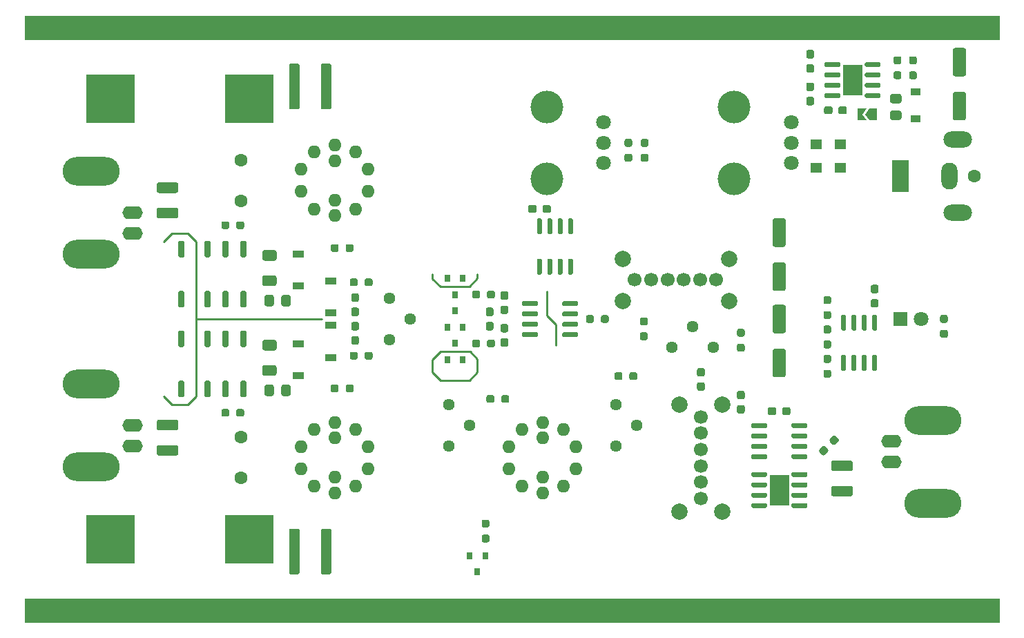
<source format=gts>
G04 #@! TF.GenerationSoftware,KiCad,Pcbnew,(5.1.9)-1*
G04 #@! TF.CreationDate,2021-04-24T22:48:03-05:00*
G04 #@! TF.ProjectId,high-gain-diff-probe,68696768-2d67-4616-996e-2d646966662d,rev?*
G04 #@! TF.SameCoordinates,Original*
G04 #@! TF.FileFunction,Soldermask,Top*
G04 #@! TF.FilePolarity,Negative*
%FSLAX46Y46*%
G04 Gerber Fmt 4.6, Leading zero omitted, Abs format (unit mm)*
G04 Created by KiCad (PCBNEW (5.1.9)-1) date 2021-04-24 22:48:03*
%MOMM*%
%LPD*%
G01*
G04 APERTURE LIST*
%ADD10C,0.100000*%
%ADD11C,0.250000*%
%ADD12R,1.200000X0.900000*%
%ADD13R,2.410000X3.810000*%
%ADD14R,1.800000X1.800000*%
%ADD15C,1.800000*%
%ADD16C,1.600000*%
%ADD17C,4.000000*%
%ADD18R,6.000000X6.000000*%
%ADD19C,1.700000*%
%ADD20C,2.000000*%
%ADD21C,1.440000*%
%ADD22O,1.600000X1.600000*%
%ADD23R,0.800000X0.900000*%
%ADD24R,2.000000X4.000000*%
%ADD25O,2.000000X3.300000*%
%ADD26O,3.500000X2.000000*%
%ADD27R,1.400000X0.900000*%
%ADD28O,2.500000X1.600000*%
%ADD29O,7.000000X3.500000*%
%ADD30R,1.400000X1.300000*%
G04 APERTURE END LIST*
D10*
G36*
X209500000Y-137200000D02*
G01*
X90000000Y-137200000D01*
X90000000Y-134300000D01*
X209500000Y-134300000D01*
X209500000Y-137200000D01*
G37*
X209500000Y-137200000D02*
X90000000Y-137200000D01*
X90000000Y-134300000D01*
X209500000Y-134300000D01*
X209500000Y-137200000D01*
G36*
X209500000Y-65700000D02*
G01*
X90000000Y-65700000D01*
X90000000Y-62800000D01*
X209500000Y-62800000D01*
X209500000Y-65700000D01*
G37*
X209500000Y-65700000D02*
X90000000Y-65700000D01*
X90000000Y-62800000D01*
X209500000Y-62800000D01*
X209500000Y-65700000D01*
D11*
X111000000Y-100000000D02*
X126400000Y-100000000D01*
X154000000Y-99600000D02*
X154000000Y-96600000D01*
X155100000Y-100700000D02*
X154000000Y-99600000D01*
X155100000Y-103200000D02*
X155100000Y-100700000D01*
X145500000Y-95000000D02*
X145500000Y-94500000D01*
X144500000Y-96000000D02*
X145500000Y-95000000D01*
X140950000Y-96000000D02*
X144500000Y-96000000D01*
X140000000Y-95050000D02*
X140950000Y-96000000D01*
X140000000Y-94500000D02*
X140000000Y-95050000D01*
X141000000Y-104000000D02*
X140000000Y-105000000D01*
X144600000Y-104000000D02*
X141000000Y-104000000D01*
X145500000Y-104900000D02*
X144600000Y-104000000D01*
X145500000Y-106500000D02*
X145500000Y-104900000D01*
X144500000Y-107500000D02*
X145500000Y-106500000D01*
X141000000Y-107500000D02*
X144500000Y-107500000D01*
X140000000Y-106500000D02*
X141000000Y-107500000D01*
X140000000Y-105000000D02*
X140000000Y-106500000D01*
X108000000Y-110500000D02*
X107000000Y-109500000D01*
X110000000Y-110500000D02*
X108000000Y-110500000D01*
X111000000Y-109500000D02*
X110000000Y-110500000D01*
X111000000Y-90500000D02*
X111000000Y-109500000D01*
X110000000Y-89500000D02*
X111000000Y-90500000D01*
X108000000Y-89500000D02*
X110000000Y-89500000D01*
X107000000Y-90500000D02*
X108000000Y-89500000D01*
D12*
X199200000Y-75450000D03*
X199200000Y-72150000D03*
G36*
G01*
X194950000Y-72455000D02*
X194950000Y-72755000D01*
G75*
G02*
X194800000Y-72905000I-150000J0D01*
G01*
X193150000Y-72905000D01*
G75*
G02*
X193000000Y-72755000I0J150000D01*
G01*
X193000000Y-72455000D01*
G75*
G02*
X193150000Y-72305000I150000J0D01*
G01*
X194800000Y-72305000D01*
G75*
G02*
X194950000Y-72455000I0J-150000D01*
G01*
G37*
G36*
G01*
X194950000Y-71185000D02*
X194950000Y-71485000D01*
G75*
G02*
X194800000Y-71635000I-150000J0D01*
G01*
X193150000Y-71635000D01*
G75*
G02*
X193000000Y-71485000I0J150000D01*
G01*
X193000000Y-71185000D01*
G75*
G02*
X193150000Y-71035000I150000J0D01*
G01*
X194800000Y-71035000D01*
G75*
G02*
X194950000Y-71185000I0J-150000D01*
G01*
G37*
G36*
G01*
X194950000Y-69915000D02*
X194950000Y-70215000D01*
G75*
G02*
X194800000Y-70365000I-150000J0D01*
G01*
X193150000Y-70365000D01*
G75*
G02*
X193000000Y-70215000I0J150000D01*
G01*
X193000000Y-69915000D01*
G75*
G02*
X193150000Y-69765000I150000J0D01*
G01*
X194800000Y-69765000D01*
G75*
G02*
X194950000Y-69915000I0J-150000D01*
G01*
G37*
G36*
G01*
X194950000Y-68645000D02*
X194950000Y-68945000D01*
G75*
G02*
X194800000Y-69095000I-150000J0D01*
G01*
X193150000Y-69095000D01*
G75*
G02*
X193000000Y-68945000I0J150000D01*
G01*
X193000000Y-68645000D01*
G75*
G02*
X193150000Y-68495000I150000J0D01*
G01*
X194800000Y-68495000D01*
G75*
G02*
X194950000Y-68645000I0J-150000D01*
G01*
G37*
G36*
G01*
X190000000Y-68645000D02*
X190000000Y-68945000D01*
G75*
G02*
X189850000Y-69095000I-150000J0D01*
G01*
X188200000Y-69095000D01*
G75*
G02*
X188050000Y-68945000I0J150000D01*
G01*
X188050000Y-68645000D01*
G75*
G02*
X188200000Y-68495000I150000J0D01*
G01*
X189850000Y-68495000D01*
G75*
G02*
X190000000Y-68645000I0J-150000D01*
G01*
G37*
G36*
G01*
X190000000Y-69915000D02*
X190000000Y-70215000D01*
G75*
G02*
X189850000Y-70365000I-150000J0D01*
G01*
X188200000Y-70365000D01*
G75*
G02*
X188050000Y-70215000I0J150000D01*
G01*
X188050000Y-69915000D01*
G75*
G02*
X188200000Y-69765000I150000J0D01*
G01*
X189850000Y-69765000D01*
G75*
G02*
X190000000Y-69915000I0J-150000D01*
G01*
G37*
G36*
G01*
X190000000Y-71185000D02*
X190000000Y-71485000D01*
G75*
G02*
X189850000Y-71635000I-150000J0D01*
G01*
X188200000Y-71635000D01*
G75*
G02*
X188050000Y-71485000I0J150000D01*
G01*
X188050000Y-71185000D01*
G75*
G02*
X188200000Y-71035000I150000J0D01*
G01*
X189850000Y-71035000D01*
G75*
G02*
X190000000Y-71185000I0J-150000D01*
G01*
G37*
G36*
G01*
X190000000Y-72455000D02*
X190000000Y-72755000D01*
G75*
G02*
X189850000Y-72905000I-150000J0D01*
G01*
X188200000Y-72905000D01*
G75*
G02*
X188050000Y-72755000I0J150000D01*
G01*
X188050000Y-72455000D01*
G75*
G02*
X188200000Y-72305000I150000J0D01*
G01*
X189850000Y-72305000D01*
G75*
G02*
X190000000Y-72455000I0J-150000D01*
G01*
G37*
D13*
X191500000Y-70700000D03*
G36*
G01*
X179075000Y-119210000D02*
X179075000Y-118910000D01*
G75*
G02*
X179225000Y-118760000I150000J0D01*
G01*
X180875000Y-118760000D01*
G75*
G02*
X181025000Y-118910000I0J-150000D01*
G01*
X181025000Y-119210000D01*
G75*
G02*
X180875000Y-119360000I-150000J0D01*
G01*
X179225000Y-119360000D01*
G75*
G02*
X179075000Y-119210000I0J150000D01*
G01*
G37*
G36*
G01*
X179075000Y-120480000D02*
X179075000Y-120180000D01*
G75*
G02*
X179225000Y-120030000I150000J0D01*
G01*
X180875000Y-120030000D01*
G75*
G02*
X181025000Y-120180000I0J-150000D01*
G01*
X181025000Y-120480000D01*
G75*
G02*
X180875000Y-120630000I-150000J0D01*
G01*
X179225000Y-120630000D01*
G75*
G02*
X179075000Y-120480000I0J150000D01*
G01*
G37*
G36*
G01*
X179075000Y-121750000D02*
X179075000Y-121450000D01*
G75*
G02*
X179225000Y-121300000I150000J0D01*
G01*
X180875000Y-121300000D01*
G75*
G02*
X181025000Y-121450000I0J-150000D01*
G01*
X181025000Y-121750000D01*
G75*
G02*
X180875000Y-121900000I-150000J0D01*
G01*
X179225000Y-121900000D01*
G75*
G02*
X179075000Y-121750000I0J150000D01*
G01*
G37*
G36*
G01*
X179075000Y-123020000D02*
X179075000Y-122720000D01*
G75*
G02*
X179225000Y-122570000I150000J0D01*
G01*
X180875000Y-122570000D01*
G75*
G02*
X181025000Y-122720000I0J-150000D01*
G01*
X181025000Y-123020000D01*
G75*
G02*
X180875000Y-123170000I-150000J0D01*
G01*
X179225000Y-123170000D01*
G75*
G02*
X179075000Y-123020000I0J150000D01*
G01*
G37*
G36*
G01*
X184025000Y-123020000D02*
X184025000Y-122720000D01*
G75*
G02*
X184175000Y-122570000I150000J0D01*
G01*
X185825000Y-122570000D01*
G75*
G02*
X185975000Y-122720000I0J-150000D01*
G01*
X185975000Y-123020000D01*
G75*
G02*
X185825000Y-123170000I-150000J0D01*
G01*
X184175000Y-123170000D01*
G75*
G02*
X184025000Y-123020000I0J150000D01*
G01*
G37*
G36*
G01*
X184025000Y-121750000D02*
X184025000Y-121450000D01*
G75*
G02*
X184175000Y-121300000I150000J0D01*
G01*
X185825000Y-121300000D01*
G75*
G02*
X185975000Y-121450000I0J-150000D01*
G01*
X185975000Y-121750000D01*
G75*
G02*
X185825000Y-121900000I-150000J0D01*
G01*
X184175000Y-121900000D01*
G75*
G02*
X184025000Y-121750000I0J150000D01*
G01*
G37*
G36*
G01*
X184025000Y-120480000D02*
X184025000Y-120180000D01*
G75*
G02*
X184175000Y-120030000I150000J0D01*
G01*
X185825000Y-120030000D01*
G75*
G02*
X185975000Y-120180000I0J-150000D01*
G01*
X185975000Y-120480000D01*
G75*
G02*
X185825000Y-120630000I-150000J0D01*
G01*
X184175000Y-120630000D01*
G75*
G02*
X184025000Y-120480000I0J150000D01*
G01*
G37*
G36*
G01*
X184025000Y-119210000D02*
X184025000Y-118910000D01*
G75*
G02*
X184175000Y-118760000I150000J0D01*
G01*
X185825000Y-118760000D01*
G75*
G02*
X185975000Y-118910000I0J-150000D01*
G01*
X185975000Y-119210000D01*
G75*
G02*
X185825000Y-119360000I-150000J0D01*
G01*
X184175000Y-119360000D01*
G75*
G02*
X184025000Y-119210000I0J150000D01*
G01*
G37*
X182525000Y-120965000D03*
D14*
X197400000Y-100000000D03*
D15*
X199940000Y-100000000D03*
D16*
X116500000Y-114500000D03*
X116500000Y-119500000D03*
X116500000Y-80500000D03*
X116500000Y-85500000D03*
D17*
X154000000Y-74000000D03*
X154000000Y-82800000D03*
D15*
X161000000Y-75900000D03*
X161000000Y-78400000D03*
X161000000Y-80900000D03*
D18*
X100500000Y-127000000D03*
X117500000Y-127000000D03*
X100500000Y-73000000D03*
X117500000Y-73000000D03*
D19*
X174800000Y-95200000D03*
X172800000Y-95200000D03*
X170800000Y-95200000D03*
X168800000Y-95200000D03*
X166800000Y-95200000D03*
X164800000Y-95200000D03*
D20*
X163300000Y-97800000D03*
X176400000Y-97800000D03*
X176400000Y-92600000D03*
X163300000Y-92600000D03*
D19*
X172900000Y-122000000D03*
X172900000Y-120000000D03*
X172900000Y-118000000D03*
X172900000Y-116000000D03*
X172900000Y-114000000D03*
X172900000Y-112000000D03*
D20*
X170300000Y-110500000D03*
X170300000Y-123600000D03*
X175500000Y-123600000D03*
X175500000Y-110500000D03*
G36*
G01*
X146262500Y-126425000D02*
X146737500Y-126425000D01*
G75*
G02*
X146975000Y-126662500I0J-237500D01*
G01*
X146975000Y-127162500D01*
G75*
G02*
X146737500Y-127400000I-237500J0D01*
G01*
X146262500Y-127400000D01*
G75*
G02*
X146025000Y-127162500I0J237500D01*
G01*
X146025000Y-126662500D01*
G75*
G02*
X146262500Y-126425000I237500J0D01*
G01*
G37*
G36*
G01*
X146262500Y-124600000D02*
X146737500Y-124600000D01*
G75*
G02*
X146975000Y-124837500I0J-237500D01*
G01*
X146975000Y-125337500D01*
G75*
G02*
X146737500Y-125575000I-237500J0D01*
G01*
X146262500Y-125575000D01*
G75*
G02*
X146025000Y-125337500I0J237500D01*
G01*
X146025000Y-124837500D01*
G75*
G02*
X146262500Y-124600000I237500J0D01*
G01*
G37*
D10*
G36*
X193025000Y-74900000D02*
G01*
X193525000Y-74150000D01*
X194525000Y-74150000D01*
X194525000Y-75650000D01*
X193525000Y-75650000D01*
X193025000Y-74900000D01*
G37*
G36*
X192075000Y-74150000D02*
G01*
X193225000Y-74150000D01*
X192725000Y-74900000D01*
X193225000Y-75650000D01*
X192075000Y-75650000D01*
X192075000Y-74150000D01*
G37*
G36*
G01*
X181950000Y-103650000D02*
X183050000Y-103650000D01*
G75*
G02*
X183300000Y-103900000I0J-250000D01*
G01*
X183300000Y-106900000D01*
G75*
G02*
X183050000Y-107150000I-250000J0D01*
G01*
X181950000Y-107150000D01*
G75*
G02*
X181700000Y-106900000I0J250000D01*
G01*
X181700000Y-103900000D01*
G75*
G02*
X181950000Y-103650000I250000J0D01*
G01*
G37*
G36*
G01*
X181950000Y-98250000D02*
X183050000Y-98250000D01*
G75*
G02*
X183300000Y-98500000I0J-250000D01*
G01*
X183300000Y-101500000D01*
G75*
G02*
X183050000Y-101750000I-250000J0D01*
G01*
X181950000Y-101750000D01*
G75*
G02*
X181700000Y-101500000I0J250000D01*
G01*
X181700000Y-98500000D01*
G75*
G02*
X181950000Y-98250000I250000J0D01*
G01*
G37*
G36*
G01*
X181950000Y-93050000D02*
X183050000Y-93050000D01*
G75*
G02*
X183300000Y-93300000I0J-250000D01*
G01*
X183300000Y-96300000D01*
G75*
G02*
X183050000Y-96550000I-250000J0D01*
G01*
X181950000Y-96550000D01*
G75*
G02*
X181700000Y-96300000I0J250000D01*
G01*
X181700000Y-93300000D01*
G75*
G02*
X181950000Y-93050000I250000J0D01*
G01*
G37*
G36*
G01*
X181950000Y-87650000D02*
X183050000Y-87650000D01*
G75*
G02*
X183300000Y-87900000I0J-250000D01*
G01*
X183300000Y-90900000D01*
G75*
G02*
X183050000Y-91150000I-250000J0D01*
G01*
X181950000Y-91150000D01*
G75*
G02*
X181700000Y-90900000I0J250000D01*
G01*
X181700000Y-87900000D01*
G75*
G02*
X181950000Y-87650000I250000J0D01*
G01*
G37*
D21*
X162500000Y-115580000D03*
X165040000Y-113040000D03*
X162500000Y-110500000D03*
D22*
X153500000Y-119415000D03*
X153500000Y-114585000D03*
X149391436Y-118334953D03*
X150960768Y-120494953D03*
X153500000Y-121320000D03*
X156039232Y-120494953D03*
X157608564Y-118334953D03*
X157608564Y-115665047D03*
X156039232Y-113505047D03*
X153500000Y-112680000D03*
X150960768Y-113505047D03*
X149391436Y-115665047D03*
G36*
G01*
X204050000Y-72150000D02*
X205150000Y-72150000D01*
G75*
G02*
X205400000Y-72400000I0J-250000D01*
G01*
X205400000Y-75400000D01*
G75*
G02*
X205150000Y-75650000I-250000J0D01*
G01*
X204050000Y-75650000D01*
G75*
G02*
X203800000Y-75400000I0J250000D01*
G01*
X203800000Y-72400000D01*
G75*
G02*
X204050000Y-72150000I250000J0D01*
G01*
G37*
G36*
G01*
X204050000Y-66750000D02*
X205150000Y-66750000D01*
G75*
G02*
X205400000Y-67000000I0J-250000D01*
G01*
X205400000Y-70000000D01*
G75*
G02*
X205150000Y-70250000I-250000J0D01*
G01*
X204050000Y-70250000D01*
G75*
G02*
X203800000Y-70000000I0J250000D01*
G01*
X203800000Y-67000000D01*
G75*
G02*
X204050000Y-66750000I250000J0D01*
G01*
G37*
D21*
X142000000Y-115580000D03*
X144540000Y-113040000D03*
X142000000Y-110500000D03*
D22*
X128000000Y-119415000D03*
X128000000Y-114585000D03*
X123891436Y-118334953D03*
X125460768Y-120494953D03*
X128000000Y-121320000D03*
X130539232Y-120494953D03*
X132108564Y-118334953D03*
X132108564Y-115665047D03*
X130539232Y-113505047D03*
X128000000Y-112680000D03*
X125460768Y-113505047D03*
X123891436Y-115665047D03*
D21*
X174380000Y-103500000D03*
X171840000Y-100960000D03*
X169300000Y-103500000D03*
G36*
G01*
X166137500Y-100775000D02*
X165662500Y-100775000D01*
G75*
G02*
X165425000Y-100537500I0J237500D01*
G01*
X165425000Y-100037500D01*
G75*
G02*
X165662500Y-99800000I237500J0D01*
G01*
X166137500Y-99800000D01*
G75*
G02*
X166375000Y-100037500I0J-237500D01*
G01*
X166375000Y-100537500D01*
G75*
G02*
X166137500Y-100775000I-237500J0D01*
G01*
G37*
G36*
G01*
X166137500Y-102600000D02*
X165662500Y-102600000D01*
G75*
G02*
X165425000Y-102362500I0J237500D01*
G01*
X165425000Y-101862500D01*
G75*
G02*
X165662500Y-101625000I237500J0D01*
G01*
X166137500Y-101625000D01*
G75*
G02*
X166375000Y-101862500I0J-237500D01*
G01*
X166375000Y-102362500D01*
G75*
G02*
X166137500Y-102600000I-237500J0D01*
G01*
G37*
G36*
G01*
X177562500Y-103025000D02*
X178037500Y-103025000D01*
G75*
G02*
X178275000Y-103262500I0J-237500D01*
G01*
X178275000Y-103762500D01*
G75*
G02*
X178037500Y-104000000I-237500J0D01*
G01*
X177562500Y-104000000D01*
G75*
G02*
X177325000Y-103762500I0J237500D01*
G01*
X177325000Y-103262500D01*
G75*
G02*
X177562500Y-103025000I237500J0D01*
G01*
G37*
G36*
G01*
X177562500Y-101200000D02*
X178037500Y-101200000D01*
G75*
G02*
X178275000Y-101437500I0J-237500D01*
G01*
X178275000Y-101937500D01*
G75*
G02*
X178037500Y-102175000I-237500J0D01*
G01*
X177562500Y-102175000D01*
G75*
G02*
X177325000Y-101937500I0J237500D01*
G01*
X177325000Y-101437500D01*
G75*
G02*
X177562500Y-101200000I237500J0D01*
G01*
G37*
G36*
G01*
X120550000Y-108299999D02*
X120550000Y-109200001D01*
G75*
G02*
X120300001Y-109450000I-249999J0D01*
G01*
X119649999Y-109450000D01*
G75*
G02*
X119400000Y-109200001I0J249999D01*
G01*
X119400000Y-108299999D01*
G75*
G02*
X119649999Y-108050000I249999J0D01*
G01*
X120300001Y-108050000D01*
G75*
G02*
X120550000Y-108299999I0J-249999D01*
G01*
G37*
G36*
G01*
X122600000Y-108299999D02*
X122600000Y-109200001D01*
G75*
G02*
X122350001Y-109450000I-249999J0D01*
G01*
X121699999Y-109450000D01*
G75*
G02*
X121450000Y-109200001I0J249999D01*
G01*
X121450000Y-108299999D01*
G75*
G02*
X121699999Y-108050000I249999J0D01*
G01*
X122350001Y-108050000D01*
G75*
G02*
X122600000Y-108299999I0J-249999D01*
G01*
G37*
G36*
G01*
X120550000Y-97299999D02*
X120550000Y-98200001D01*
G75*
G02*
X120300001Y-98450000I-249999J0D01*
G01*
X119649999Y-98450000D01*
G75*
G02*
X119400000Y-98200001I0J249999D01*
G01*
X119400000Y-97299999D01*
G75*
G02*
X119649999Y-97050000I249999J0D01*
G01*
X120300001Y-97050000D01*
G75*
G02*
X120550000Y-97299999I0J-249999D01*
G01*
G37*
G36*
G01*
X122600000Y-97299999D02*
X122600000Y-98200001D01*
G75*
G02*
X122350001Y-98450000I-249999J0D01*
G01*
X121699999Y-98450000D01*
G75*
G02*
X121450000Y-98200001I0J249999D01*
G01*
X121450000Y-97299999D01*
G75*
G02*
X121699999Y-97050000I249999J0D01*
G01*
X122350001Y-97050000D01*
G75*
G02*
X122600000Y-97299999I0J-249999D01*
G01*
G37*
D23*
X145500000Y-131000000D03*
X144550000Y-129000000D03*
X146450000Y-129000000D03*
G36*
G01*
X122400000Y-131145300D02*
X122400000Y-125854700D01*
G75*
G02*
X122554700Y-125700000I154700J0D01*
G01*
X123545300Y-125700000D01*
G75*
G02*
X123700000Y-125854700I0J-154700D01*
G01*
X123700000Y-131145300D01*
G75*
G02*
X123545300Y-131300000I-154700J0D01*
G01*
X122554700Y-131300000D01*
G75*
G02*
X122400000Y-131145300I0J154700D01*
G01*
G37*
G36*
G01*
X126300000Y-131145300D02*
X126300000Y-125854700D01*
G75*
G02*
X126454700Y-125700000I154700J0D01*
G01*
X127445300Y-125700000D01*
G75*
G02*
X127600000Y-125854700I0J-154700D01*
G01*
X127600000Y-131145300D01*
G75*
G02*
X127445300Y-131300000I-154700J0D01*
G01*
X126454700Y-131300000D01*
G75*
G02*
X126300000Y-131145300I0J154700D01*
G01*
G37*
G36*
G01*
X127600000Y-68854700D02*
X127600000Y-74145300D01*
G75*
G02*
X127445300Y-74300000I-154700J0D01*
G01*
X126454700Y-74300000D01*
G75*
G02*
X126300000Y-74145300I0J154700D01*
G01*
X126300000Y-68854700D01*
G75*
G02*
X126454700Y-68700000I154700J0D01*
G01*
X127445300Y-68700000D01*
G75*
G02*
X127600000Y-68854700I0J-154700D01*
G01*
G37*
G36*
G01*
X123700000Y-68854700D02*
X123700000Y-74145300D01*
G75*
G02*
X123545300Y-74300000I-154700J0D01*
G01*
X122554700Y-74300000D01*
G75*
G02*
X122400000Y-74145300I0J154700D01*
G01*
X122400000Y-68854700D01*
G75*
G02*
X122554700Y-68700000I154700J0D01*
G01*
X123545300Y-68700000D01*
G75*
G02*
X123700000Y-68854700I0J-154700D01*
G01*
G37*
D22*
X128000000Y-85415000D03*
X128000000Y-80585000D03*
X123891436Y-84334953D03*
X125460768Y-86494953D03*
X128000000Y-87320000D03*
X130539232Y-86494953D03*
X132108564Y-84334953D03*
X132108564Y-81665047D03*
X130539232Y-79505047D03*
X128000000Y-78680000D03*
X125460768Y-79505047D03*
X123891436Y-81665047D03*
D17*
X177000000Y-74000000D03*
X177000000Y-82800000D03*
D15*
X184000000Y-75900000D03*
X184000000Y-78400000D03*
X184000000Y-80900000D03*
G36*
G01*
X197237500Y-68762500D02*
X196762500Y-68762500D01*
G75*
G02*
X196525000Y-68525000I0J237500D01*
G01*
X196525000Y-68025000D01*
G75*
G02*
X196762500Y-67787500I237500J0D01*
G01*
X197237500Y-67787500D01*
G75*
G02*
X197475000Y-68025000I0J-237500D01*
G01*
X197475000Y-68525000D01*
G75*
G02*
X197237500Y-68762500I-237500J0D01*
G01*
G37*
G36*
G01*
X197237500Y-70587500D02*
X196762500Y-70587500D01*
G75*
G02*
X196525000Y-70350000I0J237500D01*
G01*
X196525000Y-69850000D01*
G75*
G02*
X196762500Y-69612500I237500J0D01*
G01*
X197237500Y-69612500D01*
G75*
G02*
X197475000Y-69850000I0J-237500D01*
G01*
X197475000Y-70350000D01*
G75*
G02*
X197237500Y-70587500I-237500J0D01*
G01*
G37*
G36*
G01*
X198662500Y-69625000D02*
X199137500Y-69625000D01*
G75*
G02*
X199375000Y-69862500I0J-237500D01*
G01*
X199375000Y-70362500D01*
G75*
G02*
X199137500Y-70600000I-237500J0D01*
G01*
X198662500Y-70600000D01*
G75*
G02*
X198425000Y-70362500I0J237500D01*
G01*
X198425000Y-69862500D01*
G75*
G02*
X198662500Y-69625000I237500J0D01*
G01*
G37*
G36*
G01*
X198662500Y-67800000D02*
X199137500Y-67800000D01*
G75*
G02*
X199375000Y-68037500I0J-237500D01*
G01*
X199375000Y-68537500D01*
G75*
G02*
X199137500Y-68775000I-237500J0D01*
G01*
X198662500Y-68775000D01*
G75*
G02*
X198425000Y-68537500I0J237500D01*
G01*
X198425000Y-68037500D01*
G75*
G02*
X198662500Y-67800000I237500J0D01*
G01*
G37*
D24*
X197400000Y-82500000D03*
D25*
X203400000Y-82500000D03*
D26*
X204400000Y-87000000D03*
X204400000Y-78000000D03*
D16*
X206400000Y-82500000D03*
G36*
G01*
X181025000Y-116720000D02*
X181025000Y-117020000D01*
G75*
G02*
X180875000Y-117170000I-150000J0D01*
G01*
X179225000Y-117170000D01*
G75*
G02*
X179075000Y-117020000I0J150000D01*
G01*
X179075000Y-116720000D01*
G75*
G02*
X179225000Y-116570000I150000J0D01*
G01*
X180875000Y-116570000D01*
G75*
G02*
X181025000Y-116720000I0J-150000D01*
G01*
G37*
G36*
G01*
X181025000Y-115450000D02*
X181025000Y-115750000D01*
G75*
G02*
X180875000Y-115900000I-150000J0D01*
G01*
X179225000Y-115900000D01*
G75*
G02*
X179075000Y-115750000I0J150000D01*
G01*
X179075000Y-115450000D01*
G75*
G02*
X179225000Y-115300000I150000J0D01*
G01*
X180875000Y-115300000D01*
G75*
G02*
X181025000Y-115450000I0J-150000D01*
G01*
G37*
G36*
G01*
X181025000Y-114180000D02*
X181025000Y-114480000D01*
G75*
G02*
X180875000Y-114630000I-150000J0D01*
G01*
X179225000Y-114630000D01*
G75*
G02*
X179075000Y-114480000I0J150000D01*
G01*
X179075000Y-114180000D01*
G75*
G02*
X179225000Y-114030000I150000J0D01*
G01*
X180875000Y-114030000D01*
G75*
G02*
X181025000Y-114180000I0J-150000D01*
G01*
G37*
G36*
G01*
X181025000Y-112910000D02*
X181025000Y-113210000D01*
G75*
G02*
X180875000Y-113360000I-150000J0D01*
G01*
X179225000Y-113360000D01*
G75*
G02*
X179075000Y-113210000I0J150000D01*
G01*
X179075000Y-112910000D01*
G75*
G02*
X179225000Y-112760000I150000J0D01*
G01*
X180875000Y-112760000D01*
G75*
G02*
X181025000Y-112910000I0J-150000D01*
G01*
G37*
G36*
G01*
X185975000Y-112910000D02*
X185975000Y-113210000D01*
G75*
G02*
X185825000Y-113360000I-150000J0D01*
G01*
X184175000Y-113360000D01*
G75*
G02*
X184025000Y-113210000I0J150000D01*
G01*
X184025000Y-112910000D01*
G75*
G02*
X184175000Y-112760000I150000J0D01*
G01*
X185825000Y-112760000D01*
G75*
G02*
X185975000Y-112910000I0J-150000D01*
G01*
G37*
G36*
G01*
X185975000Y-114180000D02*
X185975000Y-114480000D01*
G75*
G02*
X185825000Y-114630000I-150000J0D01*
G01*
X184175000Y-114630000D01*
G75*
G02*
X184025000Y-114480000I0J150000D01*
G01*
X184025000Y-114180000D01*
G75*
G02*
X184175000Y-114030000I150000J0D01*
G01*
X185825000Y-114030000D01*
G75*
G02*
X185975000Y-114180000I0J-150000D01*
G01*
G37*
G36*
G01*
X185975000Y-115450000D02*
X185975000Y-115750000D01*
G75*
G02*
X185825000Y-115900000I-150000J0D01*
G01*
X184175000Y-115900000D01*
G75*
G02*
X184025000Y-115750000I0J150000D01*
G01*
X184025000Y-115450000D01*
G75*
G02*
X184175000Y-115300000I150000J0D01*
G01*
X185825000Y-115300000D01*
G75*
G02*
X185975000Y-115450000I0J-150000D01*
G01*
G37*
G36*
G01*
X185975000Y-116720000D02*
X185975000Y-117020000D01*
G75*
G02*
X185825000Y-117170000I-150000J0D01*
G01*
X184175000Y-117170000D01*
G75*
G02*
X184025000Y-117020000I0J150000D01*
G01*
X184025000Y-116720000D01*
G75*
G02*
X184175000Y-116570000I150000J0D01*
G01*
X185825000Y-116570000D01*
G75*
G02*
X185975000Y-116720000I0J-150000D01*
G01*
G37*
G36*
G01*
X156755000Y-92600000D02*
X157055000Y-92600000D01*
G75*
G02*
X157205000Y-92750000I0J-150000D01*
G01*
X157205000Y-94400000D01*
G75*
G02*
X157055000Y-94550000I-150000J0D01*
G01*
X156755000Y-94550000D01*
G75*
G02*
X156605000Y-94400000I0J150000D01*
G01*
X156605000Y-92750000D01*
G75*
G02*
X156755000Y-92600000I150000J0D01*
G01*
G37*
G36*
G01*
X155485000Y-92600000D02*
X155785000Y-92600000D01*
G75*
G02*
X155935000Y-92750000I0J-150000D01*
G01*
X155935000Y-94400000D01*
G75*
G02*
X155785000Y-94550000I-150000J0D01*
G01*
X155485000Y-94550000D01*
G75*
G02*
X155335000Y-94400000I0J150000D01*
G01*
X155335000Y-92750000D01*
G75*
G02*
X155485000Y-92600000I150000J0D01*
G01*
G37*
G36*
G01*
X154215000Y-92600000D02*
X154515000Y-92600000D01*
G75*
G02*
X154665000Y-92750000I0J-150000D01*
G01*
X154665000Y-94400000D01*
G75*
G02*
X154515000Y-94550000I-150000J0D01*
G01*
X154215000Y-94550000D01*
G75*
G02*
X154065000Y-94400000I0J150000D01*
G01*
X154065000Y-92750000D01*
G75*
G02*
X154215000Y-92600000I150000J0D01*
G01*
G37*
G36*
G01*
X152945000Y-92600000D02*
X153245000Y-92600000D01*
G75*
G02*
X153395000Y-92750000I0J-150000D01*
G01*
X153395000Y-94400000D01*
G75*
G02*
X153245000Y-94550000I-150000J0D01*
G01*
X152945000Y-94550000D01*
G75*
G02*
X152795000Y-94400000I0J150000D01*
G01*
X152795000Y-92750000D01*
G75*
G02*
X152945000Y-92600000I150000J0D01*
G01*
G37*
G36*
G01*
X152945000Y-87650000D02*
X153245000Y-87650000D01*
G75*
G02*
X153395000Y-87800000I0J-150000D01*
G01*
X153395000Y-89450000D01*
G75*
G02*
X153245000Y-89600000I-150000J0D01*
G01*
X152945000Y-89600000D01*
G75*
G02*
X152795000Y-89450000I0J150000D01*
G01*
X152795000Y-87800000D01*
G75*
G02*
X152945000Y-87650000I150000J0D01*
G01*
G37*
G36*
G01*
X154215000Y-87650000D02*
X154515000Y-87650000D01*
G75*
G02*
X154665000Y-87800000I0J-150000D01*
G01*
X154665000Y-89450000D01*
G75*
G02*
X154515000Y-89600000I-150000J0D01*
G01*
X154215000Y-89600000D01*
G75*
G02*
X154065000Y-89450000I0J150000D01*
G01*
X154065000Y-87800000D01*
G75*
G02*
X154215000Y-87650000I150000J0D01*
G01*
G37*
G36*
G01*
X155485000Y-87650000D02*
X155785000Y-87650000D01*
G75*
G02*
X155935000Y-87800000I0J-150000D01*
G01*
X155935000Y-89450000D01*
G75*
G02*
X155785000Y-89600000I-150000J0D01*
G01*
X155485000Y-89600000D01*
G75*
G02*
X155335000Y-89450000I0J150000D01*
G01*
X155335000Y-87800000D01*
G75*
G02*
X155485000Y-87650000I150000J0D01*
G01*
G37*
G36*
G01*
X156755000Y-87650000D02*
X157055000Y-87650000D01*
G75*
G02*
X157205000Y-87800000I0J-150000D01*
G01*
X157205000Y-89450000D01*
G75*
G02*
X157055000Y-89600000I-150000J0D01*
G01*
X156755000Y-89600000D01*
G75*
G02*
X156605000Y-89450000I0J150000D01*
G01*
X156605000Y-87800000D01*
G75*
G02*
X156755000Y-87650000I150000J0D01*
G01*
G37*
D21*
X134710000Y-102540000D03*
X137250000Y-100000000D03*
X134710000Y-97460000D03*
G36*
G01*
X189068458Y-115367418D02*
X188732582Y-115031542D01*
G75*
G02*
X188732582Y-114695666I167938J167938D01*
G01*
X189086136Y-114342112D01*
G75*
G02*
X189422012Y-114342112I167938J-167938D01*
G01*
X189757888Y-114677988D01*
G75*
G02*
X189757888Y-115013864I-167938J-167938D01*
G01*
X189404334Y-115367418D01*
G75*
G02*
X189068458Y-115367418I-167938J167938D01*
G01*
G37*
G36*
G01*
X187777988Y-116657888D02*
X187442112Y-116322012D01*
G75*
G02*
X187442112Y-115986136I167938J167938D01*
G01*
X187795666Y-115632582D01*
G75*
G02*
X188131542Y-115632582I167938J-167938D01*
G01*
X188467418Y-115968458D01*
G75*
G02*
X188467418Y-116304334I-167938J-167938D01*
G01*
X188113864Y-116657888D01*
G75*
G02*
X187777988Y-116657888I-167938J167938D01*
G01*
G37*
G36*
G01*
X164125000Y-107237500D02*
X164125000Y-106762500D01*
G75*
G02*
X164362500Y-106525000I237500J0D01*
G01*
X164862500Y-106525000D01*
G75*
G02*
X165100000Y-106762500I0J-237500D01*
G01*
X165100000Y-107237500D01*
G75*
G02*
X164862500Y-107475000I-237500J0D01*
G01*
X164362500Y-107475000D01*
G75*
G02*
X164125000Y-107237500I0J237500D01*
G01*
G37*
G36*
G01*
X162300000Y-107237500D02*
X162300000Y-106762500D01*
G75*
G02*
X162537500Y-106525000I237500J0D01*
G01*
X163037500Y-106525000D01*
G75*
G02*
X163275000Y-106762500I0J-237500D01*
G01*
X163275000Y-107237500D01*
G75*
G02*
X163037500Y-107475000I-237500J0D01*
G01*
X162537500Y-107475000D01*
G75*
G02*
X162300000Y-107237500I0J237500D01*
G01*
G37*
G36*
G01*
X147575000Y-109562500D02*
X147575000Y-110037500D01*
G75*
G02*
X147337500Y-110275000I-237500J0D01*
G01*
X146837500Y-110275000D01*
G75*
G02*
X146600000Y-110037500I0J237500D01*
G01*
X146600000Y-109562500D01*
G75*
G02*
X146837500Y-109325000I237500J0D01*
G01*
X147337500Y-109325000D01*
G75*
G02*
X147575000Y-109562500I0J-237500D01*
G01*
G37*
G36*
G01*
X149400000Y-109562500D02*
X149400000Y-110037500D01*
G75*
G02*
X149162500Y-110275000I-237500J0D01*
G01*
X148662500Y-110275000D01*
G75*
G02*
X148425000Y-110037500I0J237500D01*
G01*
X148425000Y-109562500D01*
G75*
G02*
X148662500Y-109325000I237500J0D01*
G01*
X149162500Y-109325000D01*
G75*
G02*
X149400000Y-109562500I0J-237500D01*
G01*
G37*
G36*
G01*
X129337500Y-108737500D02*
X129337500Y-108262500D01*
G75*
G02*
X129575000Y-108025000I237500J0D01*
G01*
X130075000Y-108025000D01*
G75*
G02*
X130312500Y-108262500I0J-237500D01*
G01*
X130312500Y-108737500D01*
G75*
G02*
X130075000Y-108975000I-237500J0D01*
G01*
X129575000Y-108975000D01*
G75*
G02*
X129337500Y-108737500I0J237500D01*
G01*
G37*
G36*
G01*
X127512500Y-108737500D02*
X127512500Y-108262500D01*
G75*
G02*
X127750000Y-108025000I237500J0D01*
G01*
X128250000Y-108025000D01*
G75*
G02*
X128487500Y-108262500I0J-237500D01*
G01*
X128487500Y-108737500D01*
G75*
G02*
X128250000Y-108975000I-237500J0D01*
G01*
X127750000Y-108975000D01*
G75*
G02*
X127512500Y-108737500I0J237500D01*
G01*
G37*
G36*
G01*
X129337500Y-91537500D02*
X129337500Y-91062500D01*
G75*
G02*
X129575000Y-90825000I237500J0D01*
G01*
X130075000Y-90825000D01*
G75*
G02*
X130312500Y-91062500I0J-237500D01*
G01*
X130312500Y-91537500D01*
G75*
G02*
X130075000Y-91775000I-237500J0D01*
G01*
X129575000Y-91775000D01*
G75*
G02*
X129337500Y-91537500I0J237500D01*
G01*
G37*
G36*
G01*
X127512500Y-91537500D02*
X127512500Y-91062500D01*
G75*
G02*
X127750000Y-90825000I237500J0D01*
G01*
X128250000Y-90825000D01*
G75*
G02*
X128487500Y-91062500I0J-237500D01*
G01*
X128487500Y-91537500D01*
G75*
G02*
X128250000Y-91775000I-237500J0D01*
G01*
X127750000Y-91775000D01*
G75*
G02*
X127512500Y-91537500I0J237500D01*
G01*
G37*
G36*
G01*
X119374999Y-105650000D02*
X120625001Y-105650000D01*
G75*
G02*
X120875000Y-105899999I0J-249999D01*
G01*
X120875000Y-106700001D01*
G75*
G02*
X120625001Y-106950000I-249999J0D01*
G01*
X119374999Y-106950000D01*
G75*
G02*
X119125000Y-106700001I0J249999D01*
G01*
X119125000Y-105899999D01*
G75*
G02*
X119374999Y-105650000I249999J0D01*
G01*
G37*
G36*
G01*
X119374999Y-102550000D02*
X120625001Y-102550000D01*
G75*
G02*
X120875000Y-102799999I0J-249999D01*
G01*
X120875000Y-103600001D01*
G75*
G02*
X120625001Y-103850000I-249999J0D01*
G01*
X119374999Y-103850000D01*
G75*
G02*
X119125000Y-103600001I0J249999D01*
G01*
X119125000Y-102799999D01*
G75*
G02*
X119374999Y-102550000I249999J0D01*
G01*
G37*
G36*
G01*
X115075000Y-111262500D02*
X115075000Y-111737500D01*
G75*
G02*
X114837500Y-111975000I-237500J0D01*
G01*
X114337500Y-111975000D01*
G75*
G02*
X114100000Y-111737500I0J237500D01*
G01*
X114100000Y-111262500D01*
G75*
G02*
X114337500Y-111025000I237500J0D01*
G01*
X114837500Y-111025000D01*
G75*
G02*
X115075000Y-111262500I0J-237500D01*
G01*
G37*
G36*
G01*
X116900000Y-111262500D02*
X116900000Y-111737500D01*
G75*
G02*
X116662500Y-111975000I-237500J0D01*
G01*
X116162500Y-111975000D01*
G75*
G02*
X115925000Y-111737500I0J237500D01*
G01*
X115925000Y-111262500D01*
G75*
G02*
X116162500Y-111025000I237500J0D01*
G01*
X116662500Y-111025000D01*
G75*
G02*
X116900000Y-111262500I0J-237500D01*
G01*
G37*
G36*
G01*
X115075000Y-88262500D02*
X115075000Y-88737500D01*
G75*
G02*
X114837500Y-88975000I-237500J0D01*
G01*
X114337500Y-88975000D01*
G75*
G02*
X114100000Y-88737500I0J237500D01*
G01*
X114100000Y-88262500D01*
G75*
G02*
X114337500Y-88025000I237500J0D01*
G01*
X114837500Y-88025000D01*
G75*
G02*
X115075000Y-88262500I0J-237500D01*
G01*
G37*
G36*
G01*
X116900000Y-88262500D02*
X116900000Y-88737500D01*
G75*
G02*
X116662500Y-88975000I-237500J0D01*
G01*
X116162500Y-88975000D01*
G75*
G02*
X115925000Y-88737500I0J237500D01*
G01*
X115925000Y-88262500D01*
G75*
G02*
X116162500Y-88025000I237500J0D01*
G01*
X116662500Y-88025000D01*
G75*
G02*
X116900000Y-88262500I0J-237500D01*
G01*
G37*
G36*
G01*
X108575001Y-113650000D02*
X106424999Y-113650000D01*
G75*
G02*
X106175000Y-113400001I0J249999D01*
G01*
X106175000Y-112599999D01*
G75*
G02*
X106424999Y-112350000I249999J0D01*
G01*
X108575001Y-112350000D01*
G75*
G02*
X108825000Y-112599999I0J-249999D01*
G01*
X108825000Y-113400001D01*
G75*
G02*
X108575001Y-113650000I-249999J0D01*
G01*
G37*
G36*
G01*
X108575001Y-116750000D02*
X106424999Y-116750000D01*
G75*
G02*
X106175000Y-116500001I0J249999D01*
G01*
X106175000Y-115699999D01*
G75*
G02*
X106424999Y-115450000I249999J0D01*
G01*
X108575001Y-115450000D01*
G75*
G02*
X108825000Y-115699999I0J-249999D01*
G01*
X108825000Y-116500001D01*
G75*
G02*
X108575001Y-116750000I-249999J0D01*
G01*
G37*
G36*
G01*
X106424999Y-86350000D02*
X108575001Y-86350000D01*
G75*
G02*
X108825000Y-86599999I0J-249999D01*
G01*
X108825000Y-87400001D01*
G75*
G02*
X108575001Y-87650000I-249999J0D01*
G01*
X106424999Y-87650000D01*
G75*
G02*
X106175000Y-87400001I0J249999D01*
G01*
X106175000Y-86599999D01*
G75*
G02*
X106424999Y-86350000I249999J0D01*
G01*
G37*
G36*
G01*
X106424999Y-83250000D02*
X108575001Y-83250000D01*
G75*
G02*
X108825000Y-83499999I0J-249999D01*
G01*
X108825000Y-84300001D01*
G75*
G02*
X108575001Y-84550000I-249999J0D01*
G01*
X106424999Y-84550000D01*
G75*
G02*
X106175000Y-84300001I0J249999D01*
G01*
X106175000Y-83499999D01*
G75*
G02*
X106424999Y-83250000I249999J0D01*
G01*
G37*
G36*
G01*
X119374999Y-94650000D02*
X120625001Y-94650000D01*
G75*
G02*
X120875000Y-94899999I0J-249999D01*
G01*
X120875000Y-95700001D01*
G75*
G02*
X120625001Y-95950000I-249999J0D01*
G01*
X119374999Y-95950000D01*
G75*
G02*
X119125000Y-95700001I0J249999D01*
G01*
X119125000Y-94899999D01*
G75*
G02*
X119374999Y-94650000I249999J0D01*
G01*
G37*
G36*
G01*
X119374999Y-91550000D02*
X120625001Y-91550000D01*
G75*
G02*
X120875000Y-91799999I0J-249999D01*
G01*
X120875000Y-92600001D01*
G75*
G02*
X120625001Y-92850000I-249999J0D01*
G01*
X119374999Y-92850000D01*
G75*
G02*
X119125000Y-92600001I0J249999D01*
G01*
X119125000Y-91799999D01*
G75*
G02*
X119374999Y-91550000I249999J0D01*
G01*
G37*
G36*
G01*
X109400000Y-109600000D02*
X109000000Y-109600000D01*
G75*
G02*
X108800000Y-109400000I0J200000D01*
G01*
X108800000Y-107740000D01*
G75*
G02*
X109000000Y-107540000I200000J0D01*
G01*
X109400000Y-107540000D01*
G75*
G02*
X109600000Y-107740000I0J-200000D01*
G01*
X109600000Y-109400000D01*
G75*
G02*
X109400000Y-109600000I-200000J0D01*
G01*
G37*
G36*
G01*
X112600000Y-109600000D02*
X112200000Y-109600000D01*
G75*
G02*
X112000000Y-109400000I0J200000D01*
G01*
X112000000Y-107740000D01*
G75*
G02*
X112200000Y-107540000I200000J0D01*
G01*
X112600000Y-107540000D01*
G75*
G02*
X112800000Y-107740000I0J-200000D01*
G01*
X112800000Y-109400000D01*
G75*
G02*
X112600000Y-109600000I-200000J0D01*
G01*
G37*
G36*
G01*
X114800000Y-109600000D02*
X114400000Y-109600000D01*
G75*
G02*
X114200000Y-109400000I0J200000D01*
G01*
X114200000Y-107740000D01*
G75*
G02*
X114400000Y-107540000I200000J0D01*
G01*
X114800000Y-107540000D01*
G75*
G02*
X115000000Y-107740000I0J-200000D01*
G01*
X115000000Y-109400000D01*
G75*
G02*
X114800000Y-109600000I-200000J0D01*
G01*
G37*
G36*
G01*
X117000000Y-109600000D02*
X116600000Y-109600000D01*
G75*
G02*
X116400000Y-109400000I0J200000D01*
G01*
X116400000Y-107740000D01*
G75*
G02*
X116600000Y-107540000I200000J0D01*
G01*
X117000000Y-107540000D01*
G75*
G02*
X117200000Y-107740000I0J-200000D01*
G01*
X117200000Y-109400000D01*
G75*
G02*
X117000000Y-109600000I-200000J0D01*
G01*
G37*
G36*
G01*
X117000000Y-103460000D02*
X116600000Y-103460000D01*
G75*
G02*
X116400000Y-103260000I0J200000D01*
G01*
X116400000Y-101600000D01*
G75*
G02*
X116600000Y-101400000I200000J0D01*
G01*
X117000000Y-101400000D01*
G75*
G02*
X117200000Y-101600000I0J-200000D01*
G01*
X117200000Y-103260000D01*
G75*
G02*
X117000000Y-103460000I-200000J0D01*
G01*
G37*
G36*
G01*
X114800000Y-103460000D02*
X114400000Y-103460000D01*
G75*
G02*
X114200000Y-103260000I0J200000D01*
G01*
X114200000Y-101600000D01*
G75*
G02*
X114400000Y-101400000I200000J0D01*
G01*
X114800000Y-101400000D01*
G75*
G02*
X115000000Y-101600000I0J-200000D01*
G01*
X115000000Y-103260000D01*
G75*
G02*
X114800000Y-103460000I-200000J0D01*
G01*
G37*
G36*
G01*
X112600000Y-103460000D02*
X112200000Y-103460000D01*
G75*
G02*
X112000000Y-103260000I0J200000D01*
G01*
X112000000Y-101600000D01*
G75*
G02*
X112200000Y-101400000I200000J0D01*
G01*
X112600000Y-101400000D01*
G75*
G02*
X112800000Y-101600000I0J-200000D01*
G01*
X112800000Y-103260000D01*
G75*
G02*
X112600000Y-103460000I-200000J0D01*
G01*
G37*
G36*
G01*
X109400000Y-103460000D02*
X109000000Y-103460000D01*
G75*
G02*
X108800000Y-103260000I0J200000D01*
G01*
X108800000Y-101600000D01*
G75*
G02*
X109000000Y-101400000I200000J0D01*
G01*
X109400000Y-101400000D01*
G75*
G02*
X109600000Y-101600000I0J-200000D01*
G01*
X109600000Y-103260000D01*
G75*
G02*
X109400000Y-103460000I-200000J0D01*
G01*
G37*
G36*
G01*
X109400000Y-98600000D02*
X109000000Y-98600000D01*
G75*
G02*
X108800000Y-98400000I0J200000D01*
G01*
X108800000Y-96740000D01*
G75*
G02*
X109000000Y-96540000I200000J0D01*
G01*
X109400000Y-96540000D01*
G75*
G02*
X109600000Y-96740000I0J-200000D01*
G01*
X109600000Y-98400000D01*
G75*
G02*
X109400000Y-98600000I-200000J0D01*
G01*
G37*
G36*
G01*
X112600000Y-98600000D02*
X112200000Y-98600000D01*
G75*
G02*
X112000000Y-98400000I0J200000D01*
G01*
X112000000Y-96740000D01*
G75*
G02*
X112200000Y-96540000I200000J0D01*
G01*
X112600000Y-96540000D01*
G75*
G02*
X112800000Y-96740000I0J-200000D01*
G01*
X112800000Y-98400000D01*
G75*
G02*
X112600000Y-98600000I-200000J0D01*
G01*
G37*
G36*
G01*
X114800000Y-98600000D02*
X114400000Y-98600000D01*
G75*
G02*
X114200000Y-98400000I0J200000D01*
G01*
X114200000Y-96740000D01*
G75*
G02*
X114400000Y-96540000I200000J0D01*
G01*
X114800000Y-96540000D01*
G75*
G02*
X115000000Y-96740000I0J-200000D01*
G01*
X115000000Y-98400000D01*
G75*
G02*
X114800000Y-98600000I-200000J0D01*
G01*
G37*
G36*
G01*
X117000000Y-98600000D02*
X116600000Y-98600000D01*
G75*
G02*
X116400000Y-98400000I0J200000D01*
G01*
X116400000Y-96740000D01*
G75*
G02*
X116600000Y-96540000I200000J0D01*
G01*
X117000000Y-96540000D01*
G75*
G02*
X117200000Y-96740000I0J-200000D01*
G01*
X117200000Y-98400000D01*
G75*
G02*
X117000000Y-98600000I-200000J0D01*
G01*
G37*
G36*
G01*
X117000000Y-92460000D02*
X116600000Y-92460000D01*
G75*
G02*
X116400000Y-92260000I0J200000D01*
G01*
X116400000Y-90600000D01*
G75*
G02*
X116600000Y-90400000I200000J0D01*
G01*
X117000000Y-90400000D01*
G75*
G02*
X117200000Y-90600000I0J-200000D01*
G01*
X117200000Y-92260000D01*
G75*
G02*
X117000000Y-92460000I-200000J0D01*
G01*
G37*
G36*
G01*
X114800000Y-92460000D02*
X114400000Y-92460000D01*
G75*
G02*
X114200000Y-92260000I0J200000D01*
G01*
X114200000Y-90600000D01*
G75*
G02*
X114400000Y-90400000I200000J0D01*
G01*
X114800000Y-90400000D01*
G75*
G02*
X115000000Y-90600000I0J-200000D01*
G01*
X115000000Y-92260000D01*
G75*
G02*
X114800000Y-92460000I-200000J0D01*
G01*
G37*
G36*
G01*
X112600000Y-92460000D02*
X112200000Y-92460000D01*
G75*
G02*
X112000000Y-92260000I0J200000D01*
G01*
X112000000Y-90600000D01*
G75*
G02*
X112200000Y-90400000I200000J0D01*
G01*
X112600000Y-90400000D01*
G75*
G02*
X112800000Y-90600000I0J-200000D01*
G01*
X112800000Y-92260000D01*
G75*
G02*
X112600000Y-92460000I-200000J0D01*
G01*
G37*
G36*
G01*
X109400000Y-92460000D02*
X109000000Y-92460000D01*
G75*
G02*
X108800000Y-92260000I0J200000D01*
G01*
X108800000Y-90600000D01*
G75*
G02*
X109000000Y-90400000I200000J0D01*
G01*
X109400000Y-90400000D01*
G75*
G02*
X109600000Y-90600000I0J-200000D01*
G01*
X109600000Y-92260000D01*
G75*
G02*
X109400000Y-92460000I-200000J0D01*
G01*
G37*
G36*
G01*
X196349999Y-74450000D02*
X197250001Y-74450000D01*
G75*
G02*
X197500000Y-74699999I0J-249999D01*
G01*
X197500000Y-75350001D01*
G75*
G02*
X197250001Y-75600000I-249999J0D01*
G01*
X196349999Y-75600000D01*
G75*
G02*
X196100000Y-75350001I0J249999D01*
G01*
X196100000Y-74699999D01*
G75*
G02*
X196349999Y-74450000I249999J0D01*
G01*
G37*
G36*
G01*
X196349999Y-72400000D02*
X197250001Y-72400000D01*
G75*
G02*
X197500000Y-72649999I0J-249999D01*
G01*
X197500000Y-73300001D01*
G75*
G02*
X197250001Y-73550000I-249999J0D01*
G01*
X196349999Y-73550000D01*
G75*
G02*
X196100000Y-73300001I0J249999D01*
G01*
X196100000Y-72649999D01*
G75*
G02*
X196349999Y-72400000I249999J0D01*
G01*
G37*
G36*
G01*
X182150000Y-111062500D02*
X182150000Y-111537500D01*
G75*
G02*
X181912500Y-111775000I-237500J0D01*
G01*
X181337500Y-111775000D01*
G75*
G02*
X181100000Y-111537500I0J237500D01*
G01*
X181100000Y-111062500D01*
G75*
G02*
X181337500Y-110825000I237500J0D01*
G01*
X181912500Y-110825000D01*
G75*
G02*
X182150000Y-111062500I0J-237500D01*
G01*
G37*
G36*
G01*
X183900000Y-111062500D02*
X183900000Y-111537500D01*
G75*
G02*
X183662500Y-111775000I-237500J0D01*
G01*
X183087500Y-111775000D01*
G75*
G02*
X182850000Y-111537500I0J237500D01*
G01*
X182850000Y-111062500D01*
G75*
G02*
X183087500Y-110825000I237500J0D01*
G01*
X183662500Y-110825000D01*
G75*
G02*
X183900000Y-111062500I0J-237500D01*
G01*
G37*
D27*
X123500000Y-106950000D03*
X123500000Y-103050000D03*
X123500000Y-95950000D03*
X123500000Y-92050000D03*
G36*
G01*
X194055000Y-99450000D02*
X194355000Y-99450000D01*
G75*
G02*
X194505000Y-99600000I0J-150000D01*
G01*
X194505000Y-101250000D01*
G75*
G02*
X194355000Y-101400000I-150000J0D01*
G01*
X194055000Y-101400000D01*
G75*
G02*
X193905000Y-101250000I0J150000D01*
G01*
X193905000Y-99600000D01*
G75*
G02*
X194055000Y-99450000I150000J0D01*
G01*
G37*
G36*
G01*
X192785000Y-99450000D02*
X193085000Y-99450000D01*
G75*
G02*
X193235000Y-99600000I0J-150000D01*
G01*
X193235000Y-101250000D01*
G75*
G02*
X193085000Y-101400000I-150000J0D01*
G01*
X192785000Y-101400000D01*
G75*
G02*
X192635000Y-101250000I0J150000D01*
G01*
X192635000Y-99600000D01*
G75*
G02*
X192785000Y-99450000I150000J0D01*
G01*
G37*
G36*
G01*
X191515000Y-99450000D02*
X191815000Y-99450000D01*
G75*
G02*
X191965000Y-99600000I0J-150000D01*
G01*
X191965000Y-101250000D01*
G75*
G02*
X191815000Y-101400000I-150000J0D01*
G01*
X191515000Y-101400000D01*
G75*
G02*
X191365000Y-101250000I0J150000D01*
G01*
X191365000Y-99600000D01*
G75*
G02*
X191515000Y-99450000I150000J0D01*
G01*
G37*
G36*
G01*
X190245000Y-99450000D02*
X190545000Y-99450000D01*
G75*
G02*
X190695000Y-99600000I0J-150000D01*
G01*
X190695000Y-101250000D01*
G75*
G02*
X190545000Y-101400000I-150000J0D01*
G01*
X190245000Y-101400000D01*
G75*
G02*
X190095000Y-101250000I0J150000D01*
G01*
X190095000Y-99600000D01*
G75*
G02*
X190245000Y-99450000I150000J0D01*
G01*
G37*
G36*
G01*
X190245000Y-104400000D02*
X190545000Y-104400000D01*
G75*
G02*
X190695000Y-104550000I0J-150000D01*
G01*
X190695000Y-106200000D01*
G75*
G02*
X190545000Y-106350000I-150000J0D01*
G01*
X190245000Y-106350000D01*
G75*
G02*
X190095000Y-106200000I0J150000D01*
G01*
X190095000Y-104550000D01*
G75*
G02*
X190245000Y-104400000I150000J0D01*
G01*
G37*
G36*
G01*
X191515000Y-104400000D02*
X191815000Y-104400000D01*
G75*
G02*
X191965000Y-104550000I0J-150000D01*
G01*
X191965000Y-106200000D01*
G75*
G02*
X191815000Y-106350000I-150000J0D01*
G01*
X191515000Y-106350000D01*
G75*
G02*
X191365000Y-106200000I0J150000D01*
G01*
X191365000Y-104550000D01*
G75*
G02*
X191515000Y-104400000I150000J0D01*
G01*
G37*
G36*
G01*
X192785000Y-104400000D02*
X193085000Y-104400000D01*
G75*
G02*
X193235000Y-104550000I0J-150000D01*
G01*
X193235000Y-106200000D01*
G75*
G02*
X193085000Y-106350000I-150000J0D01*
G01*
X192785000Y-106350000D01*
G75*
G02*
X192635000Y-106200000I0J150000D01*
G01*
X192635000Y-104550000D01*
G75*
G02*
X192785000Y-104400000I150000J0D01*
G01*
G37*
G36*
G01*
X194055000Y-104400000D02*
X194355000Y-104400000D01*
G75*
G02*
X194505000Y-104550000I0J-150000D01*
G01*
X194505000Y-106200000D01*
G75*
G02*
X194355000Y-106350000I-150000J0D01*
G01*
X194055000Y-106350000D01*
G75*
G02*
X193905000Y-106200000I0J150000D01*
G01*
X193905000Y-104550000D01*
G75*
G02*
X194055000Y-104400000I150000J0D01*
G01*
G37*
G36*
G01*
X155900000Y-98245000D02*
X155900000Y-97945000D01*
G75*
G02*
X156050000Y-97795000I150000J0D01*
G01*
X157700000Y-97795000D01*
G75*
G02*
X157850000Y-97945000I0J-150000D01*
G01*
X157850000Y-98245000D01*
G75*
G02*
X157700000Y-98395000I-150000J0D01*
G01*
X156050000Y-98395000D01*
G75*
G02*
X155900000Y-98245000I0J150000D01*
G01*
G37*
G36*
G01*
X155900000Y-99515000D02*
X155900000Y-99215000D01*
G75*
G02*
X156050000Y-99065000I150000J0D01*
G01*
X157700000Y-99065000D01*
G75*
G02*
X157850000Y-99215000I0J-150000D01*
G01*
X157850000Y-99515000D01*
G75*
G02*
X157700000Y-99665000I-150000J0D01*
G01*
X156050000Y-99665000D01*
G75*
G02*
X155900000Y-99515000I0J150000D01*
G01*
G37*
G36*
G01*
X155900000Y-100785000D02*
X155900000Y-100485000D01*
G75*
G02*
X156050000Y-100335000I150000J0D01*
G01*
X157700000Y-100335000D01*
G75*
G02*
X157850000Y-100485000I0J-150000D01*
G01*
X157850000Y-100785000D01*
G75*
G02*
X157700000Y-100935000I-150000J0D01*
G01*
X156050000Y-100935000D01*
G75*
G02*
X155900000Y-100785000I0J150000D01*
G01*
G37*
G36*
G01*
X155900000Y-102055000D02*
X155900000Y-101755000D01*
G75*
G02*
X156050000Y-101605000I150000J0D01*
G01*
X157700000Y-101605000D01*
G75*
G02*
X157850000Y-101755000I0J-150000D01*
G01*
X157850000Y-102055000D01*
G75*
G02*
X157700000Y-102205000I-150000J0D01*
G01*
X156050000Y-102205000D01*
G75*
G02*
X155900000Y-102055000I0J150000D01*
G01*
G37*
G36*
G01*
X150950000Y-102055000D02*
X150950000Y-101755000D01*
G75*
G02*
X151100000Y-101605000I150000J0D01*
G01*
X152750000Y-101605000D01*
G75*
G02*
X152900000Y-101755000I0J-150000D01*
G01*
X152900000Y-102055000D01*
G75*
G02*
X152750000Y-102205000I-150000J0D01*
G01*
X151100000Y-102205000D01*
G75*
G02*
X150950000Y-102055000I0J150000D01*
G01*
G37*
G36*
G01*
X150950000Y-100785000D02*
X150950000Y-100485000D01*
G75*
G02*
X151100000Y-100335000I150000J0D01*
G01*
X152750000Y-100335000D01*
G75*
G02*
X152900000Y-100485000I0J-150000D01*
G01*
X152900000Y-100785000D01*
G75*
G02*
X152750000Y-100935000I-150000J0D01*
G01*
X151100000Y-100935000D01*
G75*
G02*
X150950000Y-100785000I0J150000D01*
G01*
G37*
G36*
G01*
X150950000Y-99515000D02*
X150950000Y-99215000D01*
G75*
G02*
X151100000Y-99065000I150000J0D01*
G01*
X152750000Y-99065000D01*
G75*
G02*
X152900000Y-99215000I0J-150000D01*
G01*
X152900000Y-99515000D01*
G75*
G02*
X152750000Y-99665000I-150000J0D01*
G01*
X151100000Y-99665000D01*
G75*
G02*
X150950000Y-99515000I0J150000D01*
G01*
G37*
G36*
G01*
X150950000Y-98245000D02*
X150950000Y-97945000D01*
G75*
G02*
X151100000Y-97795000I150000J0D01*
G01*
X152750000Y-97795000D01*
G75*
G02*
X152900000Y-97945000I0J-150000D01*
G01*
X152900000Y-98245000D01*
G75*
G02*
X152750000Y-98395000I-150000J0D01*
G01*
X151100000Y-98395000D01*
G75*
G02*
X150950000Y-98245000I0J150000D01*
G01*
G37*
G36*
G01*
X202462500Y-99500000D02*
X202937500Y-99500000D01*
G75*
G02*
X203175000Y-99737500I0J-237500D01*
G01*
X203175000Y-100237500D01*
G75*
G02*
X202937500Y-100475000I-237500J0D01*
G01*
X202462500Y-100475000D01*
G75*
G02*
X202225000Y-100237500I0J237500D01*
G01*
X202225000Y-99737500D01*
G75*
G02*
X202462500Y-99500000I237500J0D01*
G01*
G37*
G36*
G01*
X202462500Y-101325000D02*
X202937500Y-101325000D01*
G75*
G02*
X203175000Y-101562500I0J-237500D01*
G01*
X203175000Y-102062500D01*
G75*
G02*
X202937500Y-102300000I-237500J0D01*
G01*
X202462500Y-102300000D01*
G75*
G02*
X202225000Y-102062500I0J237500D01*
G01*
X202225000Y-101562500D01*
G75*
G02*
X202462500Y-101325000I237500J0D01*
G01*
G37*
G36*
G01*
X188637500Y-107200000D02*
X188162500Y-107200000D01*
G75*
G02*
X187925000Y-106962500I0J237500D01*
G01*
X187925000Y-106462500D01*
G75*
G02*
X188162500Y-106225000I237500J0D01*
G01*
X188637500Y-106225000D01*
G75*
G02*
X188875000Y-106462500I0J-237500D01*
G01*
X188875000Y-106962500D01*
G75*
G02*
X188637500Y-107200000I-237500J0D01*
G01*
G37*
G36*
G01*
X188637500Y-105375000D02*
X188162500Y-105375000D01*
G75*
G02*
X187925000Y-105137500I0J237500D01*
G01*
X187925000Y-104637500D01*
G75*
G02*
X188162500Y-104400000I237500J0D01*
G01*
X188637500Y-104400000D01*
G75*
G02*
X188875000Y-104637500I0J-237500D01*
G01*
X188875000Y-105137500D01*
G75*
G02*
X188637500Y-105375000I-237500J0D01*
G01*
G37*
G36*
G01*
X188637500Y-103600000D02*
X188162500Y-103600000D01*
G75*
G02*
X187925000Y-103362500I0J237500D01*
G01*
X187925000Y-102862500D01*
G75*
G02*
X188162500Y-102625000I237500J0D01*
G01*
X188637500Y-102625000D01*
G75*
G02*
X188875000Y-102862500I0J-237500D01*
G01*
X188875000Y-103362500D01*
G75*
G02*
X188637500Y-103600000I-237500J0D01*
G01*
G37*
G36*
G01*
X188637500Y-101775000D02*
X188162500Y-101775000D01*
G75*
G02*
X187925000Y-101537500I0J237500D01*
G01*
X187925000Y-101037500D01*
G75*
G02*
X188162500Y-100800000I237500J0D01*
G01*
X188637500Y-100800000D01*
G75*
G02*
X188875000Y-101037500I0J-237500D01*
G01*
X188875000Y-101537500D01*
G75*
G02*
X188637500Y-101775000I-237500J0D01*
G01*
G37*
G36*
G01*
X188637500Y-100000000D02*
X188162500Y-100000000D01*
G75*
G02*
X187925000Y-99762500I0J237500D01*
G01*
X187925000Y-99262500D01*
G75*
G02*
X188162500Y-99025000I237500J0D01*
G01*
X188637500Y-99025000D01*
G75*
G02*
X188875000Y-99262500I0J-237500D01*
G01*
X188875000Y-99762500D01*
G75*
G02*
X188637500Y-100000000I-237500J0D01*
G01*
G37*
G36*
G01*
X188637500Y-98175000D02*
X188162500Y-98175000D01*
G75*
G02*
X187925000Y-97937500I0J237500D01*
G01*
X187925000Y-97437500D01*
G75*
G02*
X188162500Y-97200000I237500J0D01*
G01*
X188637500Y-97200000D01*
G75*
G02*
X188875000Y-97437500I0J-237500D01*
G01*
X188875000Y-97937500D01*
G75*
G02*
X188637500Y-98175000I-237500J0D01*
G01*
G37*
G36*
G01*
X189124999Y-120450000D02*
X191275001Y-120450000D01*
G75*
G02*
X191525000Y-120699999I0J-249999D01*
G01*
X191525000Y-121500001D01*
G75*
G02*
X191275001Y-121750000I-249999J0D01*
G01*
X189124999Y-121750000D01*
G75*
G02*
X188875000Y-121500001I0J249999D01*
G01*
X188875000Y-120699999D01*
G75*
G02*
X189124999Y-120450000I249999J0D01*
G01*
G37*
G36*
G01*
X189124999Y-117350000D02*
X191275001Y-117350000D01*
G75*
G02*
X191525000Y-117599999I0J-249999D01*
G01*
X191525000Y-118400001D01*
G75*
G02*
X191275001Y-118650000I-249999J0D01*
G01*
X189124999Y-118650000D01*
G75*
G02*
X188875000Y-118400001I0J249999D01*
G01*
X188875000Y-117599999D01*
G75*
G02*
X189124999Y-117350000I249999J0D01*
G01*
G37*
G36*
G01*
X165762500Y-79737500D02*
X166237500Y-79737500D01*
G75*
G02*
X166475000Y-79975000I0J-237500D01*
G01*
X166475000Y-80475000D01*
G75*
G02*
X166237500Y-80712500I-237500J0D01*
G01*
X165762500Y-80712500D01*
G75*
G02*
X165525000Y-80475000I0J237500D01*
G01*
X165525000Y-79975000D01*
G75*
G02*
X165762500Y-79737500I237500J0D01*
G01*
G37*
G36*
G01*
X165762500Y-77912500D02*
X166237500Y-77912500D01*
G75*
G02*
X166475000Y-78150000I0J-237500D01*
G01*
X166475000Y-78650000D01*
G75*
G02*
X166237500Y-78887500I-237500J0D01*
G01*
X165762500Y-78887500D01*
G75*
G02*
X165525000Y-78650000I0J237500D01*
G01*
X165525000Y-78150000D01*
G75*
G02*
X165762500Y-77912500I237500J0D01*
G01*
G37*
G36*
G01*
X164237500Y-78887500D02*
X163762500Y-78887500D01*
G75*
G02*
X163525000Y-78650000I0J237500D01*
G01*
X163525000Y-78150000D01*
G75*
G02*
X163762500Y-77912500I237500J0D01*
G01*
X164237500Y-77912500D01*
G75*
G02*
X164475000Y-78150000I0J-237500D01*
G01*
X164475000Y-78650000D01*
G75*
G02*
X164237500Y-78887500I-237500J0D01*
G01*
G37*
G36*
G01*
X164237500Y-80712500D02*
X163762500Y-80712500D01*
G75*
G02*
X163525000Y-80475000I0J237500D01*
G01*
X163525000Y-79975000D01*
G75*
G02*
X163762500Y-79737500I237500J0D01*
G01*
X164237500Y-79737500D01*
G75*
G02*
X164475000Y-79975000I0J-237500D01*
G01*
X164475000Y-80475000D01*
G75*
G02*
X164237500Y-80712500I-237500J0D01*
G01*
G37*
G36*
G01*
X159787500Y-99762500D02*
X159787500Y-100237500D01*
G75*
G02*
X159550000Y-100475000I-237500J0D01*
G01*
X159050000Y-100475000D01*
G75*
G02*
X158812500Y-100237500I0J237500D01*
G01*
X158812500Y-99762500D01*
G75*
G02*
X159050000Y-99525000I237500J0D01*
G01*
X159550000Y-99525000D01*
G75*
G02*
X159787500Y-99762500I0J-237500D01*
G01*
G37*
G36*
G01*
X161612500Y-99762500D02*
X161612500Y-100237500D01*
G75*
G02*
X161375000Y-100475000I-237500J0D01*
G01*
X160875000Y-100475000D01*
G75*
G02*
X160637500Y-100237500I0J237500D01*
G01*
X160637500Y-99762500D01*
G75*
G02*
X160875000Y-99525000I237500J0D01*
G01*
X161375000Y-99525000D01*
G75*
G02*
X161612500Y-99762500I0J-237500D01*
G01*
G37*
G36*
G01*
X145825000Y-102762500D02*
X145825000Y-103237500D01*
G75*
G02*
X145587500Y-103475000I-237500J0D01*
G01*
X145087500Y-103475000D01*
G75*
G02*
X144850000Y-103237500I0J237500D01*
G01*
X144850000Y-102762500D01*
G75*
G02*
X145087500Y-102525000I237500J0D01*
G01*
X145587500Y-102525000D01*
G75*
G02*
X145825000Y-102762500I0J-237500D01*
G01*
G37*
G36*
G01*
X147650000Y-102762500D02*
X147650000Y-103237500D01*
G75*
G02*
X147412500Y-103475000I-237500J0D01*
G01*
X146912500Y-103475000D01*
G75*
G02*
X146675000Y-103237500I0J237500D01*
G01*
X146675000Y-102762500D01*
G75*
G02*
X146912500Y-102525000I237500J0D01*
G01*
X147412500Y-102525000D01*
G75*
G02*
X147650000Y-102762500I0J-237500D01*
G01*
G37*
G36*
G01*
X145825000Y-96762500D02*
X145825000Y-97237500D01*
G75*
G02*
X145587500Y-97475000I-237500J0D01*
G01*
X145087500Y-97475000D01*
G75*
G02*
X144850000Y-97237500I0J237500D01*
G01*
X144850000Y-96762500D01*
G75*
G02*
X145087500Y-96525000I237500J0D01*
G01*
X145587500Y-96525000D01*
G75*
G02*
X145825000Y-96762500I0J-237500D01*
G01*
G37*
G36*
G01*
X147650000Y-96762500D02*
X147650000Y-97237500D01*
G75*
G02*
X147412500Y-97475000I-237500J0D01*
G01*
X146912500Y-97475000D01*
G75*
G02*
X146675000Y-97237500I0J237500D01*
G01*
X146675000Y-96762500D01*
G75*
G02*
X146912500Y-96525000I237500J0D01*
G01*
X147412500Y-96525000D01*
G75*
G02*
X147650000Y-96762500I0J-237500D01*
G01*
G37*
G36*
G01*
X130825000Y-104262500D02*
X130825000Y-104737500D01*
G75*
G02*
X130587500Y-104975000I-237500J0D01*
G01*
X130087500Y-104975000D01*
G75*
G02*
X129850000Y-104737500I0J237500D01*
G01*
X129850000Y-104262500D01*
G75*
G02*
X130087500Y-104025000I237500J0D01*
G01*
X130587500Y-104025000D01*
G75*
G02*
X130825000Y-104262500I0J-237500D01*
G01*
G37*
G36*
G01*
X132650000Y-104262500D02*
X132650000Y-104737500D01*
G75*
G02*
X132412500Y-104975000I-237500J0D01*
G01*
X131912500Y-104975000D01*
G75*
G02*
X131675000Y-104737500I0J237500D01*
G01*
X131675000Y-104262500D01*
G75*
G02*
X131912500Y-104025000I237500J0D01*
G01*
X132412500Y-104025000D01*
G75*
G02*
X132650000Y-104262500I0J-237500D01*
G01*
G37*
G36*
G01*
X131675000Y-95737500D02*
X131675000Y-95262500D01*
G75*
G02*
X131912500Y-95025000I237500J0D01*
G01*
X132412500Y-95025000D01*
G75*
G02*
X132650000Y-95262500I0J-237500D01*
G01*
X132650000Y-95737500D01*
G75*
G02*
X132412500Y-95975000I-237500J0D01*
G01*
X131912500Y-95975000D01*
G75*
G02*
X131675000Y-95737500I0J237500D01*
G01*
G37*
G36*
G01*
X129850000Y-95737500D02*
X129850000Y-95262500D01*
G75*
G02*
X130087500Y-95025000I237500J0D01*
G01*
X130587500Y-95025000D01*
G75*
G02*
X130825000Y-95262500I0J-237500D01*
G01*
X130825000Y-95737500D01*
G75*
G02*
X130587500Y-95975000I-237500J0D01*
G01*
X130087500Y-95975000D01*
G75*
G02*
X129850000Y-95737500I0J237500D01*
G01*
G37*
D28*
X196300000Y-114960000D03*
X196300000Y-117500000D03*
D29*
X201380000Y-122580000D03*
X201380000Y-112420000D03*
D28*
X103200000Y-115540000D03*
X103200000Y-113000000D03*
D29*
X98120000Y-107920000D03*
X98120000Y-118080000D03*
D28*
X103200000Y-89540000D03*
X103200000Y-87000000D03*
D29*
X98120000Y-81920000D03*
X98120000Y-92080000D03*
D30*
X190000000Y-81450000D03*
X190000000Y-78550000D03*
X187000000Y-78550000D03*
X187000000Y-81450000D03*
D23*
X142750000Y-99000000D03*
X143700000Y-101000000D03*
X141800000Y-101000000D03*
X142750000Y-103000000D03*
X143700000Y-105000000D03*
X141800000Y-105000000D03*
X142750000Y-97000000D03*
X141800000Y-95000000D03*
X143700000Y-95000000D03*
G36*
G01*
X193962500Y-95800000D02*
X194437500Y-95800000D01*
G75*
G02*
X194675000Y-96037500I0J-237500D01*
G01*
X194675000Y-96612500D01*
G75*
G02*
X194437500Y-96850000I-237500J0D01*
G01*
X193962500Y-96850000D01*
G75*
G02*
X193725000Y-96612500I0J237500D01*
G01*
X193725000Y-96037500D01*
G75*
G02*
X193962500Y-95800000I237500J0D01*
G01*
G37*
G36*
G01*
X193962500Y-97550000D02*
X194437500Y-97550000D01*
G75*
G02*
X194675000Y-97787500I0J-237500D01*
G01*
X194675000Y-98362500D01*
G75*
G02*
X194437500Y-98600000I-237500J0D01*
G01*
X193962500Y-98600000D01*
G75*
G02*
X193725000Y-98362500I0J237500D01*
G01*
X193725000Y-97787500D01*
G75*
G02*
X193962500Y-97550000I237500J0D01*
G01*
G37*
G36*
G01*
X186537500Y-68050000D02*
X186062500Y-68050000D01*
G75*
G02*
X185825000Y-67812500I0J237500D01*
G01*
X185825000Y-67237500D01*
G75*
G02*
X186062500Y-67000000I237500J0D01*
G01*
X186537500Y-67000000D01*
G75*
G02*
X186775000Y-67237500I0J-237500D01*
G01*
X186775000Y-67812500D01*
G75*
G02*
X186537500Y-68050000I-237500J0D01*
G01*
G37*
G36*
G01*
X186537500Y-69800000D02*
X186062500Y-69800000D01*
G75*
G02*
X185825000Y-69562500I0J237500D01*
G01*
X185825000Y-68987500D01*
G75*
G02*
X186062500Y-68750000I237500J0D01*
G01*
X186537500Y-68750000D01*
G75*
G02*
X186775000Y-68987500I0J-237500D01*
G01*
X186775000Y-69562500D01*
G75*
G02*
X186537500Y-69800000I-237500J0D01*
G01*
G37*
G36*
G01*
X186537500Y-72050000D02*
X186062500Y-72050000D01*
G75*
G02*
X185825000Y-71812500I0J237500D01*
G01*
X185825000Y-71237500D01*
G75*
G02*
X186062500Y-71000000I237500J0D01*
G01*
X186537500Y-71000000D01*
G75*
G02*
X186775000Y-71237500I0J-237500D01*
G01*
X186775000Y-71812500D01*
G75*
G02*
X186537500Y-72050000I-237500J0D01*
G01*
G37*
G36*
G01*
X186537500Y-73800000D02*
X186062500Y-73800000D01*
G75*
G02*
X185825000Y-73562500I0J237500D01*
G01*
X185825000Y-72987500D01*
G75*
G02*
X186062500Y-72750000I237500J0D01*
G01*
X186537500Y-72750000D01*
G75*
G02*
X186775000Y-72987500I0J-237500D01*
G01*
X186775000Y-73562500D01*
G75*
G02*
X186537500Y-73800000I-237500J0D01*
G01*
G37*
G36*
G01*
X189750000Y-74637500D02*
X189750000Y-74162500D01*
G75*
G02*
X189987500Y-73925000I237500J0D01*
G01*
X190562500Y-73925000D01*
G75*
G02*
X190800000Y-74162500I0J-237500D01*
G01*
X190800000Y-74637500D01*
G75*
G02*
X190562500Y-74875000I-237500J0D01*
G01*
X189987500Y-74875000D01*
G75*
G02*
X189750000Y-74637500I0J237500D01*
G01*
G37*
G36*
G01*
X188000000Y-74637500D02*
X188000000Y-74162500D01*
G75*
G02*
X188237500Y-73925000I237500J0D01*
G01*
X188812500Y-73925000D01*
G75*
G02*
X189050000Y-74162500I0J-237500D01*
G01*
X189050000Y-74637500D01*
G75*
G02*
X188812500Y-74875000I-237500J0D01*
G01*
X188237500Y-74875000D01*
G75*
G02*
X188000000Y-74637500I0J237500D01*
G01*
G37*
G36*
G01*
X177562500Y-110550000D02*
X178037500Y-110550000D01*
G75*
G02*
X178275000Y-110787500I0J-237500D01*
G01*
X178275000Y-111362500D01*
G75*
G02*
X178037500Y-111600000I-237500J0D01*
G01*
X177562500Y-111600000D01*
G75*
G02*
X177325000Y-111362500I0J237500D01*
G01*
X177325000Y-110787500D01*
G75*
G02*
X177562500Y-110550000I237500J0D01*
G01*
G37*
G36*
G01*
X177562500Y-108800000D02*
X178037500Y-108800000D01*
G75*
G02*
X178275000Y-109037500I0J-237500D01*
G01*
X178275000Y-109612500D01*
G75*
G02*
X178037500Y-109850000I-237500J0D01*
G01*
X177562500Y-109850000D01*
G75*
G02*
X177325000Y-109612500I0J237500D01*
G01*
X177325000Y-109037500D01*
G75*
G02*
X177562500Y-108800000I237500J0D01*
G01*
G37*
G36*
G01*
X153475001Y-86737500D02*
X153475001Y-86262500D01*
G75*
G02*
X153712501Y-86025000I237500J0D01*
G01*
X154287501Y-86025000D01*
G75*
G02*
X154525001Y-86262500I0J-237500D01*
G01*
X154525001Y-86737500D01*
G75*
G02*
X154287501Y-86975000I-237500J0D01*
G01*
X153712501Y-86975000D01*
G75*
G02*
X153475001Y-86737500I0J237500D01*
G01*
G37*
G36*
G01*
X151725001Y-86737500D02*
X151725001Y-86262500D01*
G75*
G02*
X151962501Y-86025000I237500J0D01*
G01*
X152537501Y-86025000D01*
G75*
G02*
X152775001Y-86262500I0J-237500D01*
G01*
X152775001Y-86737500D01*
G75*
G02*
X152537501Y-86975000I-237500J0D01*
G01*
X151962501Y-86975000D01*
G75*
G02*
X151725001Y-86737500I0J237500D01*
G01*
G37*
G36*
G01*
X172662500Y-107750000D02*
X173137500Y-107750000D01*
G75*
G02*
X173375000Y-107987500I0J-237500D01*
G01*
X173375000Y-108562500D01*
G75*
G02*
X173137500Y-108800000I-237500J0D01*
G01*
X172662500Y-108800000D01*
G75*
G02*
X172425000Y-108562500I0J237500D01*
G01*
X172425000Y-107987500D01*
G75*
G02*
X172662500Y-107750000I237500J0D01*
G01*
G37*
G36*
G01*
X172662500Y-106000000D02*
X173137500Y-106000000D01*
G75*
G02*
X173375000Y-106237500I0J-237500D01*
G01*
X173375000Y-106812500D01*
G75*
G02*
X173137500Y-107050000I-237500J0D01*
G01*
X172662500Y-107050000D01*
G75*
G02*
X172425000Y-106812500I0J237500D01*
G01*
X172425000Y-106237500D01*
G75*
G02*
X172662500Y-106000000I237500J0D01*
G01*
G37*
G36*
G01*
X146762500Y-100350000D02*
X147237500Y-100350000D01*
G75*
G02*
X147475000Y-100587500I0J-237500D01*
G01*
X147475000Y-101162500D01*
G75*
G02*
X147237500Y-101400000I-237500J0D01*
G01*
X146762500Y-101400000D01*
G75*
G02*
X146525000Y-101162500I0J237500D01*
G01*
X146525000Y-100587500D01*
G75*
G02*
X146762500Y-100350000I237500J0D01*
G01*
G37*
G36*
G01*
X146762500Y-98600000D02*
X147237500Y-98600000D01*
G75*
G02*
X147475000Y-98837500I0J-237500D01*
G01*
X147475000Y-99412500D01*
G75*
G02*
X147237500Y-99650000I-237500J0D01*
G01*
X146762500Y-99650000D01*
G75*
G02*
X146525000Y-99412500I0J237500D01*
G01*
X146525000Y-98837500D01*
G75*
G02*
X146762500Y-98600000I237500J0D01*
G01*
G37*
G36*
G01*
X148562500Y-102350000D02*
X149037500Y-102350000D01*
G75*
G02*
X149275000Y-102587500I0J-237500D01*
G01*
X149275000Y-103162500D01*
G75*
G02*
X149037500Y-103400000I-237500J0D01*
G01*
X148562500Y-103400000D01*
G75*
G02*
X148325000Y-103162500I0J237500D01*
G01*
X148325000Y-102587500D01*
G75*
G02*
X148562500Y-102350000I237500J0D01*
G01*
G37*
G36*
G01*
X148562500Y-100600000D02*
X149037500Y-100600000D01*
G75*
G02*
X149275000Y-100837500I0J-237500D01*
G01*
X149275000Y-101412500D01*
G75*
G02*
X149037500Y-101650000I-237500J0D01*
G01*
X148562500Y-101650000D01*
G75*
G02*
X148325000Y-101412500I0J237500D01*
G01*
X148325000Y-100837500D01*
G75*
G02*
X148562500Y-100600000I237500J0D01*
G01*
G37*
G36*
G01*
X148562500Y-98350000D02*
X149037500Y-98350000D01*
G75*
G02*
X149275000Y-98587500I0J-237500D01*
G01*
X149275000Y-99162500D01*
G75*
G02*
X149037500Y-99400000I-237500J0D01*
G01*
X148562500Y-99400000D01*
G75*
G02*
X148325000Y-99162500I0J237500D01*
G01*
X148325000Y-98587500D01*
G75*
G02*
X148562500Y-98350000I237500J0D01*
G01*
G37*
G36*
G01*
X148562500Y-96600000D02*
X149037500Y-96600000D01*
G75*
G02*
X149275000Y-96837500I0J-237500D01*
G01*
X149275000Y-97412500D01*
G75*
G02*
X149037500Y-97650000I-237500J0D01*
G01*
X148562500Y-97650000D01*
G75*
G02*
X148325000Y-97412500I0J237500D01*
G01*
X148325000Y-96837500D01*
G75*
G02*
X148562500Y-96600000I237500J0D01*
G01*
G37*
G36*
G01*
X130262500Y-102100000D02*
X130737500Y-102100000D01*
G75*
G02*
X130975000Y-102337500I0J-237500D01*
G01*
X130975000Y-102912500D01*
G75*
G02*
X130737500Y-103150000I-237500J0D01*
G01*
X130262500Y-103150000D01*
G75*
G02*
X130025000Y-102912500I0J237500D01*
G01*
X130025000Y-102337500D01*
G75*
G02*
X130262500Y-102100000I237500J0D01*
G01*
G37*
G36*
G01*
X130262500Y-100350000D02*
X130737500Y-100350000D01*
G75*
G02*
X130975000Y-100587500I0J-237500D01*
G01*
X130975000Y-101162500D01*
G75*
G02*
X130737500Y-101400000I-237500J0D01*
G01*
X130262500Y-101400000D01*
G75*
G02*
X130025000Y-101162500I0J237500D01*
G01*
X130025000Y-100587500D01*
G75*
G02*
X130262500Y-100350000I237500J0D01*
G01*
G37*
G36*
G01*
X130262500Y-98600000D02*
X130737500Y-98600000D01*
G75*
G02*
X130975000Y-98837500I0J-237500D01*
G01*
X130975000Y-99412500D01*
G75*
G02*
X130737500Y-99650000I-237500J0D01*
G01*
X130262500Y-99650000D01*
G75*
G02*
X130025000Y-99412500I0J237500D01*
G01*
X130025000Y-98837500D01*
G75*
G02*
X130262500Y-98600000I237500J0D01*
G01*
G37*
G36*
G01*
X130262500Y-96850000D02*
X130737500Y-96850000D01*
G75*
G02*
X130975000Y-97087500I0J-237500D01*
G01*
X130975000Y-97662500D01*
G75*
G02*
X130737500Y-97900000I-237500J0D01*
G01*
X130262500Y-97900000D01*
G75*
G02*
X130025000Y-97662500I0J237500D01*
G01*
X130025000Y-97087500D01*
G75*
G02*
X130262500Y-96850000I237500J0D01*
G01*
G37*
D27*
X127500000Y-100800000D03*
X127500000Y-104700000D03*
X127500000Y-99200000D03*
X127500000Y-95300000D03*
M02*

</source>
